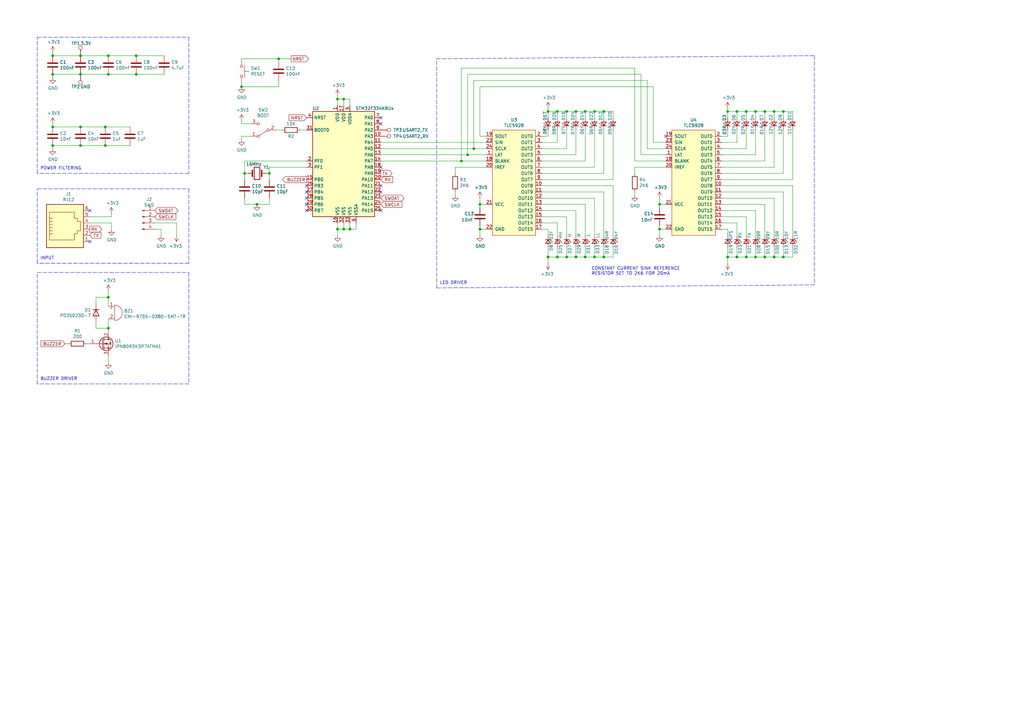
<source format=kicad_sch>
(kicad_sch (version 20211123) (generator eeschema)
  (paper "A3")
  (title_block (title "FlarmDisplay") (rev "0.1"))
  (lib_symbols
    (symbol "Connector:Conn_01x04_Male" (pin_names (offset 1.016) hide)
      (property "Reference" "J" (at 0 5.08 0))
      (property "Value" "Conn_01x04_Male" (at 0 -7.62 0))
      (symbol "Conn_01x04_Male_1_1"
        (polyline (pts (xy 1.27 -5.08) (xy 0.8636 -5.08)) (stroke (width 0.1524)))
        (polyline (pts (xy 1.27 -2.54) (xy 0.8636 -2.54)) (stroke (width 0.1524)))
        (polyline (pts (xy 1.27 0) (xy 0.8636 0)) (stroke (width 0.1524)))
        (polyline (pts (xy 1.27 2.54) (xy 0.8636 2.54)) (stroke (width 0.1524)))
        (rectangle (start 0.8636 -4.953) (end 0 -5.207) (stroke (width 0.1524)) (fill (type outline)))
        (rectangle (start 0.8636 -2.413) (end 0 -2.667) (stroke (width 0.1524)) (fill (type outline)))
        (rectangle (start 0.8636 0.127) (end 0 -0.127) (stroke (width 0.1524)) (fill (type outline)))
        (rectangle (start 0.8636 2.667) (end 0 2.413) (stroke (width 0.1524)) (fill (type outline)))
        (pin passive line (at 5.08 2.54 180) (length 3.81) (name "Pin_1") (number "1"))
        (pin passive line (at 5.08 0 180) (length 3.81) (name "Pin_2") (number "2"))
        (pin passive line (at 5.08 -2.54 180) (length 3.81) (name "Pin_3") (number "3"))
        (pin passive line (at 5.08 -5.08 180) (length 3.81) (name "Pin_4") (number "4"))
      )
    )
    (symbol "Connector:RJ12" (pin_names (offset 1.016))
      (property "Reference" "J" (at -5.08 11.43 0))
      (property "Value" "RJ12" (at 2.54 11.43 0))
      (symbol "RJ12_0_1"
        (polyline (pts (xy -6.35 -1.905) (xy -5.08 -1.905) (xy -5.08 -1.905)))
        (polyline (pts (xy -6.35 -0.635) (xy -5.08 -0.635) (xy -5.08 -0.635)))
        (polyline (pts (xy -6.35 0.635) (xy -5.08 0.635) (xy -5.08 0.635)))
        (polyline (pts (xy -6.35 1.905) (xy -5.08 1.905) (xy -5.08 1.905)))
        (polyline (pts (xy -6.35 3.175) (xy -5.08 3.175) (xy -5.08 3.175)))
        (polyline (pts (xy -5.08 4.445) (xy -6.35 4.445) (xy -6.35 4.445)))
        (polyline (pts (xy -6.35 -4.445) (xy -6.35 6.985) (xy 3.81 6.985) (xy 3.81 4.445) (xy 5.08 4.445) (xy 5.08 3.175) (xy 6.35 3.175) (xy 6.35 -0.635) (xy 5.08 -0.635) (xy 5.08 -1.905) (xy 3.81 -1.905) (xy 3.81 -4.445) (xy -6.35 -4.445) (xy -6.35 -4.445)))
        (rectangle (start 7.62 10.16) (end -7.62 -7.62) (stroke (width 0.254)) (fill (type background)))
      )
      (symbol "RJ12_1_1"
        (pin passive line (at 10.16 -5.08 180) (length 2.54) (name "~") (number "1"))
        (pin passive line (at 10.16 -2.54 180) (length 2.54) (name "~") (number "2"))
        (pin passive line (at 10.16 0 180) (length 2.54) (name "~") (number "3"))
        (pin passive line (at 10.16 2.54 180) (length 2.54) (name "~") (number "4"))
        (pin passive line (at 10.16 5.08 180) (length 2.54) (name "~") (number "5"))
        (pin passive line (at 10.16 7.62 180) (length 2.54) (name "~") (number "6"))
      )
    )
    (symbol "Connector:TestPoint" (pin_numbers hide) (pin_names (offset 0.762) hide)
      (property "Reference" "TP" (at 0 6.858 0))
      (property "Value" "TestPoint" (at 0 5.08 0))
      (symbol "TestPoint_0_1"
        (circle (center 0 3.302) (radius 0.762))
      )
      (symbol "TestPoint_1_1"
        (pin passive line (at 0 0 90) (length 2.54) (name "1") (number "1"))
      )
    )
    (symbol "Device:Buzzer" (pin_names (offset 0.0254) hide)
      (property "Reference" "BZ" (at 3.81 1.27 0))
      (property "Value" "Buzzer" (at 3.81 -1.27 0))
      (symbol "Buzzer_0_1"
        (arc (start 0 -3.175) (mid 3.175 0) (end 0 3.175))
        (polyline (pts (xy -1.651 1.905) (xy -1.143 1.905)))
        (polyline (pts (xy -1.397 2.159) (xy -1.397 1.651)))
        (polyline (pts (xy 0 3.175) (xy 0 -3.175)))
      )
      (symbol "Buzzer_1_1"
        (pin passive line (at -2.54 2.54 0) (length 2.54) (name "-") (number "1"))
        (pin passive line (at -2.54 -2.54 0) (length 2.54) (name "+") (number "2"))
      )
    )
    (symbol "Device:C" (pin_numbers hide) (pin_names (offset 0.254))
      (property "Reference" "C" (at 0.635 2.54 0))
      (property "Value" "C" (at 0.635 -2.54 0))
      (symbol "C_0_1"
        (polyline (pts (xy -2.032 -0.762) (xy 2.032 -0.762)) (stroke (width 0.508)))
        (polyline (pts (xy -2.032 0.762) (xy 2.032 0.762)) (stroke (width 0.508)))
      )
      (symbol "C_1_1"
        (pin passive line (at 0 3.81 270) (length 2.794) (name "~") (number "1"))
        (pin passive line (at 0 -3.81 90) (length 2.794) (name "~") (number "2"))
      )
    )
    (symbol "Device:Crystal" (pin_numbers hide) (pin_names (offset 1.016) hide)
      (property "Reference" "Y" (at 0 3.81 0))
      (property "Value" "Crystal" (at 0 -3.81 0))
      (symbol "Crystal_0_1"
        (rectangle (start -1.143 2.54) (end 1.143 -2.54) (stroke (width 0.3048)))
        (polyline (pts (xy -2.54 0) (xy -1.905 0)))
        (polyline (pts (xy -1.905 -1.27) (xy -1.905 1.27)) (stroke (width 0.508)))
        (polyline (pts (xy 1.905 -1.27) (xy 1.905 1.27)) (stroke (width 0.508)))
        (polyline (pts (xy 2.54 0) (xy 1.905 0)))
      )
      (symbol "Crystal_1_1"
        (pin passive line (at -3.81 0 0) (length 1.27) (name "1") (number "1"))
        (pin passive line (at 3.81 0 180) (length 1.27) (name "2") (number "2"))
      )
    )
    (symbol "Device:D" (pin_numbers hide) (pin_names (offset 1.016) hide)
      (property "Reference" "D" (at 0 2.54 0))
      (property "Value" "D" (at 0 -2.54 0))
      (symbol "D_0_1"
        (polyline (pts (xy -1.27 1.27) (xy -1.27 -1.27)) (stroke (width 0.254)))
        (polyline (pts (xy 1.27 0) (xy -1.27 0)))
        (polyline (pts (xy 1.27 1.27) (xy 1.27 -1.27) (xy -1.27 0) (xy 1.27 1.27)) (stroke (width 0.254)))
      )
      (symbol "D_1_1"
        (pin passive line (at -3.81 0 0) (length 2.54) (name "K") (number "1"))
        (pin passive line (at 3.81 0 180) (length 2.54) (name "A") (number "2"))
      )
    )
    (symbol "Device:LED_Small" (pin_numbers hide) (pin_names (offset 0.254) hide)
      (property "Reference" "D" (at -1.27 3.175 0))
      (property "Value" "LED_Small" (at -4.445 -2.54 0))
      (symbol "LED_Small_0_1"
        (polyline (pts (xy -0.762 -1.016) (xy -0.762 1.016)) (stroke (width 0.254)))
        (polyline (pts (xy 1.016 0) (xy -0.762 0)))
        (polyline (pts (xy 0.762 -1.016) (xy -0.762 0) (xy 0.762 1.016) (xy 0.762 -1.016)) (stroke (width 0.254)))
        (polyline (pts (xy 0 0.762) (xy -0.508 1.27) (xy -0.254 1.27) (xy -0.508 1.27) (xy -0.508 1.016)))
        (polyline (pts (xy 0.508 1.27) (xy 0 1.778) (xy 0.254 1.778) (xy 0 1.778) (xy 0 1.524)))
      )
      (symbol "LED_Small_1_1"
        (pin passive line (at -2.54 0 0) (length 1.778) (name "K") (number "1"))
        (pin passive line (at 2.54 0 180) (length 1.778) (name "A") (number "2"))
      )
    )
    (symbol "Device:R" (pin_numbers hide) (pin_names (offset 0))
      (property "Reference" "R" (at 2.032 0 90))
      (property "Value" "R" (at 0 0 90))
      (symbol "R_0_1"
        (rectangle (start -1.016 -2.54) (end 1.016 2.54) (stroke (width 0.254)))
      )
      (symbol "R_1_1"
        (pin passive line (at 0 3.81 270) (length 1.27) (name "~") (number "1"))
        (pin passive line (at 0 -3.81 90) (length 1.27) (name "~") (number "2"))
      )
    )
    (symbol "FlarmDisplay:IPN80R3K3P7ATMA1" (pin_names (offset 1.016))
      (property "Reference" "U" (at 2.54 1.27 0))
      (property "Value" "IPN80R3K3P7ATMA1" (at 11.43 -1.27 0))
      (symbol "IPN80R3K3P7ATMA1_1_1"
        (circle (center -0.889 0) (radius 2.794) (stroke (width 0.254)))
        (circle (center 0 -1.778) (radius 0.254) (fill (type outline)))
        (polyline (pts (xy -2.286 0) (xy -5.08 0)))
        (polyline (pts (xy -2.286 1.905) (xy -2.286 -1.905)) (stroke (width 0.254)))
        (polyline (pts (xy -1.778 -1.27) (xy -1.778 -2.286)) (stroke (width 0.254)))
        (polyline (pts (xy -1.778 0.508) (xy -1.778 -0.508)) (stroke (width 0.254)))
        (polyline (pts (xy -1.778 2.286) (xy -1.778 1.27)) (stroke (width 0.254)))
        (polyline (pts (xy 0 2.54) (xy 0 1.778)))
        (polyline (pts (xy 0 -2.54) (xy 0 0) (xy -1.778 0)))
        (polyline (pts (xy -1.778 -1.778) (xy 0.762 -1.778) (xy 0.762 1.778) (xy -1.778 1.778)))
        (polyline (pts (xy -1.524 0) (xy -0.508 0.381) (xy -0.508 -0.381) (xy -1.524 0)) (fill (type outline)))
        (polyline (pts (xy 0.254 0.508) (xy 0.381 0.381) (xy 1.143 0.381) (xy 1.27 0.254)))
        (polyline (pts (xy 0.762 0.381) (xy 0.381 -0.254) (xy 1.143 -0.254) (xy 0.762 0.381)))
        (circle (center 0 1.778) (radius 0.254) (fill (type outline)))
        (pin input line (at -7.62 0 0) (length 2.54) (name "~") (number "1"))
        (pin passive line (at 0 5.08 270) (length 2.54) (name "~") (number "2"))
        (pin passive line (at 0 -5.08 90) (length 2.54) (name "~") (number "3"))
      )
    )
    (symbol "FlarmDisplay:TLC5928" (pin_names (offset 1.016))
      (property "Reference" "U" (at -6.35 21.59 0))
      (property "Value" "TLC5928" (at 3.81 21.59 0))
      (symbol "TLC5928_0_1"
        (rectangle (start -8.89 20.32) (end 8.89 -22.86) (fill (type background)))
      )
      (symbol "TLC5928_1_1"
        (pin input line (at -11.43 10.16 0) (length 2.54) (name "LAT") (number "1"))
        (pin output line (at 11.43 -2.54 180) (length 2.54) (name "OUT8") (number "10"))
        (pin output line (at 11.43 -5.08 180) (length 2.54) (name "OUT9") (number "11"))
        (pin output line (at 11.43 -7.62 180) (length 2.54) (name "OUT10") (number "12"))
        (pin output line (at 11.43 -10.16 180) (length 2.54) (name "OUT11") (number "13"))
        (pin output line (at 11.43 -12.7 180) (length 2.54) (name "OUT12") (number "14"))
        (pin output line (at 11.43 -15.24 180) (length 2.54) (name "OUT13") (number "15"))
        (pin output line (at 11.43 -17.78 180) (length 2.54) (name "OUT14") (number "16"))
        (pin output line (at 11.43 -20.32 180) (length 2.54) (name "OUT15") (number "17"))
        (pin input line (at -11.43 7.62 0) (length 2.54) (name "BLANK") (number "18"))
        (pin output line (at -11.43 17.78 0) (length 2.54) (name "SOUT") (number "19"))
        (pin output line (at 11.43 17.78 180) (length 2.54) (name "OUT0") (number "2"))
        (pin input line (at -11.43 5.08 0) (length 2.54) (name "IREF") (number "20"))
        (pin power_in line (at -11.43 -10.16 0) (length 2.54) (name "VCC") (number "21"))
        (pin power_in line (at -11.43 -20.32 0) (length 2.54) (name "GND") (number "22"))
        (pin input line (at -11.43 15.24 0) (length 2.54) (name "SIN") (number "23"))
        (pin input line (at -11.43 12.7 0) (length 2.54) (name "SCLK") (number "24"))
        (pin output line (at 11.43 15.24 180) (length 2.54) (name "OUT1") (number "3"))
        (pin output line (at 11.43 12.7 180) (length 2.54) (name "OUT2") (number "4"))
        (pin output line (at 11.43 10.16 180) (length 2.54) (name "OUT3") (number "5"))
        (pin output line (at 11.43 7.62 180) (length 2.54) (name "OUT4") (number "6"))
        (pin output line (at 11.43 5.08 180) (length 2.54) (name "OUT5") (number "7"))
        (pin output line (at 11.43 2.54 180) (length 2.54) (name "OUT6") (number "8"))
        (pin output line (at 11.43 0 180) (length 2.54) (name "OUT7") (number "9"))
      )
    )
    (symbol "MCU_ST_STM32F3:STM32F334K8Ux"
      (property "Reference" "U" (at -12.7 21.59 0))
      (property "Value" "STM32F334K8Ux" (at 5.08 21.59 0))
      (symbol "STM32F334K8Ux_0_1"
        (rectangle (start -12.7 -22.86) (end 12.7 20.32) (stroke (width 0.254)) (fill (type background)))
      )
      (symbol "STM32F334K8Ux_1_1"
        (pin power_in line (at -2.54 22.86 270) (length 2.54) (name "VDD") (number "1"))
        (pin bidirectional line (at 15.24 10.16 180) (length 2.54) (name "PA3") (number "10"))
        (pin bidirectional line (at 15.24 7.62 180) (length 2.54) (name "PA4") (number "11"))
        (pin bidirectional line (at 15.24 5.08 180) (length 2.54) (name "PA5") (number "12"))
        (pin bidirectional line (at 15.24 2.54 180) (length 2.54) (name "PA6") (number "13"))
        (pin bidirectional line (at 15.24 0 180) (length 2.54) (name "PA7") (number "14"))
        (pin bidirectional line (at -15.24 -7.62 0) (length 2.54) (name "PB0") (number "15"))
        (pin power_in line (at -2.54 -25.4 90) (length 2.54) (name "VSS") (number "16"))
        (pin power_in line (at 0 22.86 270) (length 2.54) (name "VDD") (number "17"))
        (pin bidirectional line (at 15.24 -2.54 180) (length 2.54) (name "PA8") (number "18"))
        (pin bidirectional line (at 15.24 -5.08 180) (length 2.54) (name "PA9") (number "19"))
        (pin input line (at -15.24 0 0) (length 2.54) (name "PF0") (number "2"))
        (pin bidirectional line (at 15.24 -7.62 180) (length 2.54) (name "PA10") (number "20"))
        (pin bidirectional line (at 15.24 -10.16 180) (length 2.54) (name "PA11") (number "21"))
        (pin bidirectional line (at 15.24 -12.7 180) (length 2.54) (name "PA12") (number "22"))
        (pin bidirectional line (at 15.24 -15.24 180) (length 2.54) (name "PA13") (number "23"))
        (pin bidirectional line (at 15.24 -17.78 180) (length 2.54) (name "PA14") (number "24"))
        (pin bidirectional line (at 15.24 -20.32 180) (length 2.54) (name "PA15") (number "25"))
        (pin bidirectional line (at -15.24 -10.16 0) (length 2.54) (name "PB3") (number "26"))
        (pin bidirectional line (at -15.24 -12.7 0) (length 2.54) (name "PB4") (number "27"))
        (pin bidirectional line (at -15.24 -15.24 0) (length 2.54) (name "PB5") (number "28"))
        (pin bidirectional line (at -15.24 -17.78 0) (length 2.54) (name "PB6") (number "29"))
        (pin input line (at -15.24 -2.54 0) (length 2.54) (name "PF1") (number "3"))
        (pin bidirectional line (at -15.24 -20.32 0) (length 2.54) (name "PB7") (number "30"))
        (pin input line (at -15.24 12.7 0) (length 2.54) (name "BOOT0") (number "31"))
        (pin power_in line (at 0 -25.4 90) (length 2.54) (name "VSS") (number "32"))
        (pin power_in line (at 2.54 -25.4 90) (length 2.54) (name "VSS") (number "33"))
        (pin input line (at -15.24 17.78 0) (length 2.54) (name "NRST") (number "4"))
        (pin power_in line (at 2.54 22.86 270) (length 2.54) (name "VDDA") (number "5"))
        (pin power_in line (at 5.08 -25.4 90) (length 2.54) (name "VSSA") (number "6"))
        (pin bidirectional line (at 15.24 17.78 180) (length 2.54) (name "PA0") (number "7"))
        (pin bidirectional line (at 15.24 15.24 180) (length 2.54) (name "PA1") (number "8"))
        (pin bidirectional line (at 15.24 12.7 180) (length 2.54) (name "PA2") (number "9"))
      )
    )
    (symbol "Switch:SW_Push" (pin_numbers hide) (pin_names (offset 1.016) hide)
      (property "Reference" "SW" (at 1.27 2.54 0))
      (property "Value" "SW_Push" (at 0 -1.524 0))
      (symbol "SW_Push_0_1"
        (circle (center -2.032 0) (radius 0.508))
        (polyline (pts (xy 0 1.27) (xy 0 3.048)))
        (polyline (pts (xy 2.54 1.27) (xy -2.54 1.27)))
        (circle (center 2.032 0) (radius 0.508))
        (pin passive line (at -5.08 0 0) (length 2.54) (name "1") (number "1"))
        (pin passive line (at 5.08 0 180) (length 2.54) (name "2") (number "2"))
      )
    )
    (symbol "Switch:SW_SPDT" (pin_names (offset 0) hide)
      (property "Reference" "SW" (at 0 4.318 0))
      (property "Value" "SW_SPDT" (at 0 -5.08 0))
      (symbol "SW_SPDT_0_0"
        (circle (center -2.032 0) (radius 0.508))
        (circle (center 2.032 -2.54) (radius 0.508))
      )
      (symbol "SW_SPDT_0_1"
        (polyline (pts (xy -1.524 0.254) (xy 1.651 2.286)))
        (circle (center 2.032 2.54) (radius 0.508))
      )
      (symbol "SW_SPDT_1_1"
        (pin passive line (at 5.08 2.54 180) (length 2.54) (name "A") (number "1"))
        (pin passive line (at -5.08 0 0) (length 2.54) (name "B") (number "2"))
        (pin passive line (at 5.08 -2.54 180) (length 2.54) (name "C") (number "3"))
      )
    )
    (symbol "power:+3.3V" (power) (pin_names (offset 0))
      (property "Value" "+3.3V" (at 0 3.556 0))
      (symbol "+3.3V_0_1"
        (polyline (pts (xy -0.762 1.27) (xy 0 2.54)))
        (polyline (pts (xy 0 0) (xy 0 2.54)))
        (polyline (pts (xy 0 2.54) (xy 0.762 1.27)))
      )
      (symbol "+3.3V_1_1"
        (pin power_in line (at 0 0 90) (length 0) hide (name "+3V3") (number "1"))
      )
    )
    (symbol "power:GND" (power) (pin_names (offset 0))
      (property "Value" "GND" (at 0 -3.81 0))
      (symbol "GND_0_1"
        (polyline (pts (xy 0 0) (xy 0 -1.27) (xy 1.27 -1.27) (xy 0 -2.54) (xy -1.27 -1.27) (xy 0 -1.27)))
      )
      (symbol "GND_1_1"
        (pin power_in line (at 0 0 270) (length 0) hide (name "GND") (number "1"))
      )
    )
  )
  (junction (at 236.22 105.41))
  (junction (at 298.45 45.72))
  (junction (at 232.41 45.72))
  (junction (at 21.59 30.48))
  (junction (at 43.18 52.07))
  (junction (at 140.97 93.98))
  (junction (at 43.18 59.69))
  (junction (at 228.6 45.72))
  (junction (at 105.41 83.82))
  (junction (at 44.45 121.92))
  (junction (at 196.85 93.98))
  (junction (at 313.69 105.41))
  (junction (at 33.02 59.69))
  (junction (at 21.59 22.86))
  (junction (at 110.49 71.12))
  (junction (at 196.85 83.82))
  (junction (at 317.5 45.72))
  (junction (at 270.51 93.98))
  (junction (at 191.77 63.5))
  (junction (at 270.51 83.82))
  (junction (at 224.79 45.72))
  (junction (at 247.65 105.41))
  (junction (at 21.59 52.07))
  (junction (at 298.45 105.41))
  (junction (at 189.23 66.04))
  (junction (at 309.88 45.72))
  (junction (at 313.69 45.72))
  (junction (at 143.51 93.98))
  (junction (at 138.43 40.64))
  (junction (at 33.02 22.86))
  (junction (at 44.45 134.62))
  (junction (at 243.84 105.41))
  (junction (at 302.26 105.41))
  (junction (at 55.88 22.86))
  (junction (at 194.31 60.96))
  (junction (at 240.03 45.72))
  (junction (at 243.84 45.72))
  (junction (at 55.88 30.48))
  (junction (at 33.02 52.07))
  (junction (at 309.88 105.41))
  (junction (at 232.41 105.41))
  (junction (at 114.3 24.13))
  (junction (at 302.26 45.72))
  (junction (at 228.6 105.41))
  (junction (at 321.31 105.41))
  (junction (at 224.79 105.41))
  (junction (at 140.97 40.64))
  (junction (at 99.06 35.56))
  (junction (at 21.59 59.69))
  (junction (at 306.07 105.41))
  (junction (at 236.22 45.72))
  (junction (at 44.45 22.86))
  (junction (at 44.45 30.48))
  (junction (at 321.31 45.72))
  (junction (at 138.43 93.98))
  (junction (at 100.33 71.12))
  (junction (at 240.03 105.41))
  (junction (at 247.65 45.72))
  (junction (at 306.07 45.72))
  (junction (at 33.02 30.48))
  (junction (at 317.5 105.41))
  (no_connect (at 125.73 76.2))
  (no_connect (at 156.21 78.74))
  (no_connect (at 36.83 86.36))
  (no_connect (at 156.21 86.36))
  (no_connect (at 125.73 86.36))
  (no_connect (at 125.73 81.28))
  (no_connect (at 156.21 68.58))
  (no_connect (at 156.21 48.26))
  (no_connect (at 125.73 83.82))
  (no_connect (at 156.21 76.2))
  (no_connect (at 125.73 78.74))
  (no_connect (at 36.83 99.06))
  (no_connect (at 156.21 50.8))
  (no_connect (at 273.05 55.88))
  (wire (pts (xy 140.97 93.98) (xy 143.51 93.98)))
  (wire (pts (xy 228.6 105.41) (xy 228.6 101.6)))
  (wire (pts (xy 295.91 66.04) (xy 313.69 66.04)))
  (wire (pts (xy 317.5 105.41) (xy 317.5 101.6)))
  (wire (pts (xy 317.5 105.41) (xy 321.31 105.41)))
  (wire (pts (xy 232.41 88.9) (xy 232.41 96.52)))
  (wire (pts (xy 243.84 105.41) (xy 247.65 105.41)))
  (wire (pts (xy 100.33 73.66) (xy 100.33 71.12)))
  (wire (pts (xy 325.12 76.2) (xy 325.12 96.52)))
  (wire (pts (xy 306.07 88.9) (xy 306.07 96.52)))
  (wire (pts (xy 251.46 76.2) (xy 251.46 96.52)))
  (wire (pts (xy 222.25 68.58) (xy 243.84 68.58)))
  (wire (pts (xy 295.91 81.28) (xy 317.5 81.28)))
  (wire (pts (xy 295.91 60.96) (xy 306.07 60.96)))
  (wire (pts (xy 222.25 58.42) (xy 228.6 58.42)))
  (wire (pts (xy 21.59 30.48) (xy 33.02 30.48)))
  (wire (pts (xy 232.41 60.96) (xy 232.41 53.34)))
  (wire (pts (xy 33.02 30.48) (xy 44.45 30.48)))
  (wire (pts (xy 295.91 76.2) (xy 325.12 76.2)))
  (wire (pts (xy 194.31 33.02) (xy 265.43 33.02)))
  (wire (pts (xy 306.07 105.41) (xy 306.07 101.6)))
  (wire (pts (xy 55.88 22.86) (xy 67.31 22.86)))
  (wire (pts (xy 236.22 63.5) (xy 236.22 53.34)))
  (wire (pts (xy 44.45 146.05) (xy 44.45 148.59)))
  (wire (pts (xy 138.43 93.98) (xy 138.43 91.44)))
  (wire (pts (xy 321.31 105.41) (xy 325.12 105.41)))
  (wire (pts (xy 39.37 124.46) (xy 39.37 121.92)))
  (wire (pts (xy 110.49 71.12) (xy 110.49 73.66)))
  (wire (pts (xy 138.43 93.98) (xy 140.97 93.98)))
  (wire (pts (xy 247.65 105.41) (xy 251.46 105.41)))
  (wire (pts (xy 295.91 91.44) (xy 302.26 91.44)))
  (wire (pts (xy 309.88 45.72) (xy 313.69 45.72)))
  (wire (pts (xy 313.69 45.72) (xy 313.69 48.26)))
  (wire (pts (xy 55.88 30.48) (xy 44.45 30.48)))
  (wire (pts (xy 114.3 24.13) (xy 119.38 24.13)))
  (wire (pts (xy 232.41 45.72) (xy 236.22 45.72)))
  (wire (pts (xy 321.31 78.74) (xy 321.31 96.52)))
  (wire (pts (xy 196.85 35.56) (xy 267.97 35.56)))
  (polyline (pts (xy 15.24 71.12) (xy 15.24 15.24)))
  (wire (pts (xy 140.97 93.98) (xy 140.97 91.44)))
  (wire (pts (xy 44.45 119.38) (xy 44.45 121.92)))
  (wire (pts (xy 196.85 81.28) (xy 196.85 83.82)))
  (wire (pts (xy 295.91 68.58) (xy 317.5 68.58)))
  (wire (pts (xy 298.45 45.72) (xy 298.45 48.26)))
  (wire (pts (xy 240.03 45.72) (xy 240.03 48.26)))
  (wire (pts (xy 228.6 91.44) (xy 228.6 96.52)))
  (wire (pts (xy 265.43 33.02) (xy 265.43 60.96)))
  (wire (pts (xy 325.12 105.41) (xy 325.12 101.6)))
  (wire (pts (xy 313.69 66.04) (xy 313.69 53.34)))
  (wire (pts (xy 114.3 35.56) (xy 114.3 33.02)))
  (wire (pts (xy 100.33 71.12) (xy 100.33 66.04)))
  (wire (pts (xy 306.07 60.96) (xy 306.07 53.34)))
  (wire (pts (xy 317.5 45.72) (xy 317.5 48.26)))
  (wire (pts (xy 138.43 39.37) (xy 138.43 40.64)))
  (polyline (pts (xy 77.47 157.48) (xy 15.24 157.48)))
  (wire (pts (xy 191.77 63.5) (xy 191.77 30.48)))
  (wire (pts (xy 33.02 22.86) (xy 44.45 22.86)))
  (polyline (pts (xy 77.47 111.76) (xy 77.47 157.48)))
  (wire (pts (xy 251.46 105.41) (xy 251.46 101.6)))
  (wire (pts (xy 295.91 83.82) (xy 313.69 83.82)))
  (wire (pts (xy 224.79 44.45) (xy 224.79 45.72)))
  (wire (pts (xy 222.25 91.44) (xy 228.6 91.44)))
  (wire (pts (xy 240.03 105.41) (xy 243.84 105.41)))
  (wire (pts (xy 295.91 88.9) (xy 306.07 88.9)))
  (wire (pts (xy 146.05 93.98) (xy 146.05 91.44)))
  (wire (pts (xy 298.45 105.41) (xy 298.45 101.6)))
  (wire (pts (xy 298.45 45.72) (xy 302.26 45.72)))
  (wire (pts (xy 228.6 45.72) (xy 228.6 48.26)))
  (wire (pts (xy 36.83 91.44) (xy 45.72 91.44)))
  (wire (pts (xy 39.37 132.08) (xy 39.37 134.62)))
  (polyline (pts (xy 15.24 77.47) (xy 77.47 77.47)))
  (wire (pts (xy 36.83 88.9) (xy 45.72 88.9)))
  (wire (pts (xy 138.43 96.52) (xy 138.43 93.98)))
  (wire (pts (xy 224.79 45.72) (xy 224.79 48.26)))
  (wire (pts (xy 21.59 59.69) (xy 33.02 59.69)))
  (wire (pts (xy 302.26 105.41) (xy 306.07 105.41)))
  (wire (pts (xy 240.03 105.41) (xy 240.03 101.6)))
  (wire (pts (xy 298.45 105.41) (xy 302.26 105.41)))
  (wire (pts (xy 21.59 52.07) (xy 21.59 50.8)))
  (wire (pts (xy 110.49 68.58) (xy 125.73 68.58)))
  (wire (pts (xy 224.79 55.88) (xy 224.79 53.34)))
  (wire (pts (xy 321.31 45.72) (xy 321.31 48.26)))
  (wire (pts (xy 309.88 45.72) (xy 309.88 48.26)))
  (wire (pts (xy 302.26 91.44) (xy 302.26 96.52)))
  (wire (pts (xy 260.35 66.04) (xy 273.05 66.04)))
  (wire (pts (xy 236.22 105.41) (xy 240.03 105.41)))
  (wire (pts (xy 99.06 35.56) (xy 114.3 35.56)))
  (wire (pts (xy 140.97 40.64) (xy 140.97 43.18)))
  (wire (pts (xy 222.25 66.04) (xy 240.03 66.04)))
  (wire (pts (xy 298.45 44.45) (xy 298.45 45.72)))
  (wire (pts (xy 44.45 130.81) (xy 44.45 134.62)))
  (wire (pts (xy 114.3 25.4) (xy 114.3 24.13)))
  (wire (pts (xy 295.91 86.36) (xy 309.88 86.36)))
  (wire (pts (xy 100.33 66.04) (xy 125.73 66.04)))
  (wire (pts (xy 156.21 60.96) (xy 194.31 60.96)))
  (wire (pts (xy 21.59 22.86) (xy 21.59 21.59)))
  (wire (pts (xy 222.25 71.12) (xy 247.65 71.12)))
  (wire (pts (xy 63.5 93.98) (xy 66.04 93.98)))
  (wire (pts (xy 53.34 59.69) (xy 43.18 59.69)))
  (wire (pts (xy 222.25 73.66) (xy 251.46 73.66)))
  (wire (pts (xy 199.39 68.58) (xy 186.69 68.58)))
  (wire (pts (xy 39.37 134.62) (xy 44.45 134.62)))
  (wire (pts (xy 267.97 58.42) (xy 273.05 58.42)))
  (wire (pts (xy 302.26 45.72) (xy 306.07 45.72)))
  (wire (pts (xy 302.26 105.41) (xy 302.26 101.6)))
  (wire (pts (xy 156.21 66.04) (xy 189.23 66.04)))
  (wire (pts (xy 27.94 140.97) (xy 26.67 140.97)))
  (wire (pts (xy 325.12 73.66) (xy 325.12 53.34)))
  (wire (pts (xy 295.91 63.5) (xy 309.88 63.5)))
  (wire (pts (xy 45.72 91.44) (xy 45.72 93.98)))
  (wire (pts (xy 295.91 71.12) (xy 321.31 71.12)))
  (wire (pts (xy 243.84 45.72) (xy 243.84 48.26)))
  (wire (pts (xy 33.02 52.07) (xy 43.18 52.07)))
  (wire (pts (xy 196.85 85.09) (xy 196.85 83.82)))
  (wire (pts (xy 236.22 45.72) (xy 236.22 48.26)))
  (wire (pts (xy 228.6 58.42) (xy 228.6 53.34)))
  (wire (pts (xy 302.26 58.42) (xy 302.26 53.34)))
  (wire (pts (xy 222.25 83.82) (xy 240.03 83.82)))
  (wire (pts (xy 243.84 105.41) (xy 243.84 101.6)))
  (wire (pts (xy 196.85 83.82) (xy 199.39 83.82)))
  (wire (pts (xy 189.23 27.94) (xy 260.35 27.94)))
  (wire (pts (xy 43.18 59.69) (xy 33.02 59.69)))
  (wire (pts (xy 67.31 30.48) (xy 55.88 30.48)))
  (wire (pts (xy 156.21 63.5) (xy 191.77 63.5)))
  (wire (pts (xy 306.07 45.72) (xy 309.88 45.72)))
  (wire (pts (xy 43.18 52.07) (xy 53.34 52.07)))
  (wire (pts (xy 224.79 105.41) (xy 224.79 101.6)))
  (wire (pts (xy 99.06 50.8) (xy 102.87 50.8)))
  (wire (pts (xy 21.59 31.75) (xy 21.59 30.48)))
  (wire (pts (xy 224.79 45.72) (xy 228.6 45.72)))
  (polyline (pts (xy 334.01 116.84) (xy 179.07 118.11)))
  (wire (pts (xy 247.65 78.74) (xy 247.65 96.52)))
  (wire (pts (xy 298.45 55.88) (xy 298.45 53.34)))
  (wire (pts (xy 156.21 58.42) (xy 199.39 58.42)))
  (wire (pts (xy 222.25 88.9) (xy 232.41 88.9)))
  (wire (pts (xy 140.97 40.64) (xy 143.51 40.64)))
  (wire (pts (xy 35.56 140.97) (xy 36.83 140.97)))
  (wire (pts (xy 196.85 93.98) (xy 199.39 93.98)))
  (polyline (pts (xy 334.01 22.86) (xy 334.01 116.84)))
  (wire (pts (xy 186.69 68.58) (xy 186.69 71.12)))
  (wire (pts (xy 270.51 93.98) (xy 270.51 96.52)))
  (wire (pts (xy 44.45 135.89) (xy 44.45 134.62)))
  (wire (pts (xy 222.25 60.96) (xy 232.41 60.96)))
  (wire (pts (xy 240.03 83.82) (xy 240.03 96.52)))
  (wire (pts (xy 265.43 60.96) (xy 273.05 60.96)))
  (wire (pts (xy 232.41 45.72) (xy 232.41 48.26)))
  (wire (pts (xy 236.22 86.36) (xy 236.22 96.52)))
  (wire (pts (xy 222.25 63.5) (xy 236.22 63.5)))
  (wire (pts (xy 317.5 45.72) (xy 321.31 45.72)))
  (wire (pts (xy 260.35 71.12) (xy 260.35 68.58)))
  (wire (pts (xy 262.89 30.48) (xy 262.89 63.5)))
  (wire (pts (xy 222.25 81.28) (xy 243.84 81.28)))
  (wire (pts (xy 123.19 53.34) (xy 125.73 53.34)))
  (wire (pts (xy 236.22 105.41) (xy 236.22 101.6)))
  (wire (pts (xy 302.26 45.72) (xy 302.26 48.26)))
  (wire (pts (xy 270.51 85.09) (xy 270.51 83.82)))
  (polyline (pts (xy 15.24 157.48) (xy 15.24 111.76)))
  (wire (pts (xy 224.79 107.95) (xy 224.79 105.41)))
  (wire (pts (xy 143.51 93.98) (xy 143.51 91.44)))
  (wire (pts (xy 321.31 45.72) (xy 325.12 45.72)))
  (wire (pts (xy 100.33 71.12) (xy 101.6 71.12)))
  (wire (pts (xy 191.77 30.48) (xy 262.89 30.48)))
  (wire (pts (xy 143.51 93.98) (xy 146.05 93.98)))
  (wire (pts (xy 247.65 45.72) (xy 247.65 48.26)))
  (polyline (pts (xy 179.07 118.11) (xy 179.07 24.13)))
  (wire (pts (xy 99.06 55.88) (xy 102.87 55.88)))
  (wire (pts (xy 317.5 68.58) (xy 317.5 53.34)))
  (wire (pts (xy 45.72 88.9) (xy 45.72 87.63)))
  (wire (pts (xy 186.69 80.01) (xy 186.69 78.74)))
  (wire (pts (xy 247.65 105.41) (xy 247.65 101.6)))
  (wire (pts (xy 100.33 81.28) (xy 100.33 83.82)))
  (wire (pts (xy 199.39 60.96) (xy 194.31 60.96)))
  (wire (pts (xy 313.69 105.41) (xy 317.5 105.41)))
  (wire (pts (xy 325.12 45.72) (xy 325.12 48.26)))
  (wire (pts (xy 298.45 93.98) (xy 298.45 96.52)))
  (wire (pts (xy 260.35 27.94) (xy 260.35 66.04)))
  (polyline (pts (xy 77.47 77.47) (xy 77.47 107.95)))
  (wire (pts (xy 260.35 68.58) (xy 273.05 68.58)))
  (wire (pts (xy 115.57 53.34) (xy 113.03 53.34)))
  (wire (pts (xy 295.91 58.42) (xy 302.26 58.42)))
  (wire (pts (xy 105.41 83.82) (xy 110.49 83.82)))
  (wire (pts (xy 196.85 55.88) (xy 196.85 35.56)))
  (wire (pts (xy 100.33 83.82) (xy 105.41 83.82)))
  (wire (pts (xy 222.25 86.36) (xy 236.22 86.36)))
  (wire (pts (xy 196.85 96.52) (xy 196.85 93.98)))
  (wire (pts (xy 99.06 24.13) (xy 114.3 24.13)))
  (wire (pts (xy 313.69 83.82) (xy 313.69 96.52)))
  (wire (pts (xy 251.46 73.66) (xy 251.46 53.34)))
  (polyline (pts (xy 77.47 71.12) (xy 15.24 71.12)))
  (wire (pts (xy 196.85 92.71) (xy 196.85 93.98)))
  (wire (pts (xy 306.07 45.72) (xy 306.07 48.26)))
  (wire (pts (xy 99.06 34.29) (xy 99.06 35.56)))
  (wire (pts (xy 295.91 93.98) (xy 298.45 93.98)))
  (wire (pts (xy 313.69 105.41) (xy 313.69 101.6)))
  (wire (pts (xy 63.5 91.44) (xy 72.39 91.44)))
  (wire (pts (xy 321.31 71.12) (xy 321.31 53.34)))
  (wire (pts (xy 21.59 22.86) (xy 33.02 22.86)))
  (wire (pts (xy 317.5 81.28) (xy 317.5 96.52)))
  (polyline (pts (xy 15.24 15.24) (xy 77.47 15.24)))
  (wire (pts (xy 295.91 73.66) (xy 325.12 73.66)))
  (wire (pts (xy 262.89 63.5) (xy 273.05 63.5)))
  (polyline (pts (xy 77.47 15.24) (xy 77.47 71.12)))
  (wire (pts (xy 222.25 55.88) (xy 224.79 55.88)))
  (polyline (pts (xy 15.24 111.76) (xy 77.47 111.76)))
  (wire (pts (xy 236.22 45.72) (xy 240.03 45.72)))
  (wire (pts (xy 260.35 80.01) (xy 260.35 78.74)))
  (wire (pts (xy 66.04 93.98) (xy 66.04 96.52)))
  (wire (pts (xy 228.6 45.72) (xy 232.41 45.72)))
  (wire (pts (xy 247.65 71.12) (xy 247.65 53.34)))
  (wire (pts (xy 44.45 121.92) (xy 44.45 125.73)))
  (polyline (pts (xy 15.24 107.95) (xy 15.24 77.47)))
  (wire (pts (xy 309.88 86.36) (xy 309.88 96.52)))
  (wire (pts (xy 39.37 121.92) (xy 44.45 121.92)))
  (wire (pts (xy 313.69 45.72) (xy 317.5 45.72)))
  (wire (pts (xy 309.88 105.41) (xy 309.88 101.6)))
  (wire (pts (xy 189.23 27.94) (xy 189.23 66.04)))
  (wire (pts (xy 224.79 105.41) (xy 228.6 105.41)))
  (wire (pts (xy 270.51 83.82) (xy 273.05 83.82)))
  (wire (pts (xy 306.07 105.41) (xy 309.88 105.41)))
  (wire (pts (xy 224.79 93.98) (xy 222.25 93.98)))
  (polyline (pts (xy 179.07 24.13) (xy 334.01 22.86)))
  (wire (pts (xy 295.91 78.74) (xy 321.31 78.74)))
  (wire (pts (xy 99.06 57.15) (xy 99.06 55.88)))
  (wire (pts (xy 143.51 40.64) (xy 143.51 43.18)))
  (wire (pts (xy 21.59 60.96) (xy 21.59 59.69)))
  (wire (pts (xy 199.39 66.04) (xy 189.23 66.04)))
  (wire (pts (xy 199.39 63.5) (xy 191.77 63.5)))
  (wire (pts (xy 321.31 105.41) (xy 321.31 101.6)))
  (polyline (pts (xy 77.47 107.95) (xy 15.24 107.95)))
  (wire (pts (xy 240.03 66.04) (xy 240.03 53.34)))
  (wire (pts (xy 232.41 105.41) (xy 232.41 101.6)))
  (wire (pts (xy 222.25 78.74) (xy 247.65 78.74)))
  (wire (pts (xy 222.25 76.2) (xy 251.46 76.2)))
  (wire (pts (xy 273.05 93.98) (xy 270.51 93.98)))
  (wire (pts (xy 270.51 81.28) (xy 270.51 83.82)))
  (wire (pts (xy 295.91 55.88) (xy 298.45 55.88)))
  (wire (pts (xy 224.79 96.52) (xy 224.79 93.98)))
  (wire (pts (xy 138.43 40.64) (xy 140.97 40.64)))
  (wire (pts (xy 228.6 105.41) (xy 232.41 105.41)))
  (wire (pts (xy 243.84 68.58) (xy 243.84 53.34)))
  (wire (pts (xy 110.49 83.82) (xy 110.49 81.28)))
  (wire (pts (xy 138.43 40.64) (xy 138.43 43.18)))
  (wire (pts (xy 110.49 71.12) (xy 110.49 68.58)))
  (wire (pts (xy 267.97 35.56) (xy 267.97 58.42)))
  (wire (pts (xy 240.03 45.72) (xy 243.84 45.72)))
  (wire (pts (xy 44.45 22.86) (xy 55.88 22.86)))
  (wire (pts (xy 270.51 92.71) (xy 270.51 93.98)))
  (wire (pts (xy 251.46 45.72) (xy 251.46 48.26)))
  (wire (pts (xy 298.45 107.95) (xy 298.45 105.41)))
  (wire (pts (xy 199.39 55.88) (xy 196.85 55.88)))
  (wire (pts (xy 309.88 105.41) (xy 313.69 105.41)))
  (wire (pts (xy 21.59 52.07) (xy 33.02 52.07)))
  (wire (pts (xy 243.84 45.72) (xy 247.65 45.72)))
  (wire (pts (xy 243.84 81.28) (xy 243.84 96.52)))
  (wire (pts (xy 99.06 49.53) (xy 99.06 50.8)))
  (wire (pts (xy 72.39 91.44) (xy 72.39 96.52)))
  (wire (pts (xy 109.22 71.12) (xy 110.49 71.12)))
  (wire (pts (xy 247.65 45.72) (xy 251.46 45.72)))
  (wire (pts (xy 232.41 105.41) (xy 236.22 105.41)))
  (wire (pts (xy 309.88 63.5) (xy 309.88 53.34)))
  (wire (pts (xy 194.31 60.96) (xy 194.31 33.02)))
  (text "INPUT" (at 16.51 106.68 0) (effects (font (size 1.27 1.27)) (justify left bottom)))
  (text "LED DRIVER" (at 180.34 116.84 0) (effects (font (size 1.27 1.27)) (justify left bottom)))
  (text "POWER FILTERING" (at 16.51 69.85 0) (effects (font (size 1.27 1.27)) (justify left bottom)))
  (text "BUZZER DRIVER" (at 16.51 156.21 0) (effects (font (size 1.27 1.27)) (justify left bottom)))
  (text "CONSTANT CURRENT SINK REFERENCE \nRESISTOR SET TO 2K6 FOR 20mA" (at 242.57 113.03 0) (effects (font (size 1.27 1.27)) (justify left bottom)))
  (global_label "TX" (shape output) (at 156.21 71.12 0) (property "Intersheet References" "${INTERSHEET_REFS}" (effects hide)))
  (global_label "NRST" (shape output) (at 119.38 24.13 0) (property "Intersheet References" "${INTERSHEET_REFS}" (effects hide)))
  (global_label "SWDAT" (shape bidirectional) (at 156.21 81.28 0) (property "Intersheet References" "${INTERSHEET_REFS}" (effects hide)))
  (global_label "RX" (shape output) (at 36.83 93.98 0) (property "Intersheet References" "${INTERSHEET_REFS}" (effects hide)))
  (global_label "TX" (shape input) (at 36.83 96.52 0) (property "Intersheet References" "${INTERSHEET_REFS}" (effects hide)))
  (global_label "SWCLK" (shape input) (at 63.5 88.9 0) (property "Intersheet References" "${INTERSHEET_REFS}" (effects hide)))
  (global_label "BUZZER" (shape input) (at 26.67 140.97 180) (property "Intersheet References" "${INTERSHEET_REFS}" (effects hide)))
  (global_label "NRST" (shape input) (at 125.73 48.26 180) (property "Intersheet References" "${INTERSHEET_REFS}" (effects hide)))
  (global_label "SWDAT" (shape bidirectional) (at 63.5 86.36 0) (property "Intersheet References" "${INTERSHEET_REFS}" (effects hide)))
  (global_label "SWCLK" (shape input) (at 156.21 83.82 0) (property "Intersheet References" "${INTERSHEET_REFS}" (effects hide)))
  (global_label "BUZZER" (shape output) (at 125.73 73.66 180) (property "Intersheet References" "${INTERSHEET_REFS}" (effects hide)))
  (global_label "RX" (shape input) (at 156.21 73.66 0) (property "Intersheet References" "${INTERSHEET_REFS}" (effects hide)))
  (symbol (lib_id "MCU_ST_STM32F3:STM32F334K8Ux") (at 140.97 66.04 0) (unit 1)
    (property "Reference" "U2" (at 129.54 44.45 0))
    (property "Value" "STM32F334K8Ux" (at 153.67 44.45 0))
    (property "Footprint" "Package_DFN_QFN:QFN-32-1EP_5x5mm_P0.5mm_EP3.45x3.45mm" (effects hide))
    (property "Datasheet" "http://www.st.com/st-web-ui/static/active/en/resource/technical/document/datasheet/DM00097745.pdf" (effects hide))
  )
  (symbol (lib_id "Connector:RJ12") (at 26.67 93.98 0) (unit 1)
    (property "Reference" "J1" (at 28.1178 79.5782 0))
    (property "Value" "RJ12" (at 28.1178 81.8896 0))
    (property "Footprint" "FlarmDisplay:RJE231660413T" (effects hide))
  )
  (symbol (lib_id "power:+3.3V") (at 45.72 87.63 0) (unit 1)
    (property "Reference" "#PWR07" (effects hide))
    (property "Value" "+3.3V" (at 46.101 83.2358 0))
  )
  (symbol (lib_id "power:GND") (at 45.72 93.98 0) (unit 1)
    (property "Reference" "#PWR08" (effects hide))
    (property "Value" "GND" (at 45.847 98.3742 0))
  )
  (symbol (lib_id "power:+3.3V") (at 138.43 39.37 0) (unit 1)
    (property "Reference" "#PWR015" (effects hide))
    (property "Value" "+3.3V" (at 138.811 34.9758 0))
  )
  (symbol (lib_id "power:GND") (at 138.43 96.52 0) (unit 1)
    (property "Reference" "#PWR016" (effects hide))
    (property "Value" "GND" (at 138.557 100.9142 0))
  )
  (symbol (lib_id "Device:C") (at 21.59 26.67 0) (unit 1)
    (property "Reference" "C1" (at 24.511 25.5016 0) (effects (justify left)))
    (property "Value" "100nF" (at 24.511 27.813 0) (effects (justify left)))
    (property "Footprint" "Capacitor_SMD:C_0402_1005Metric" (effects hide))
  )
  (symbol (lib_id "Device:C") (at 33.02 26.67 0) (unit 1)
    (property "Reference" "C3" (at 35.941 25.5016 0) (effects (justify left)))
    (property "Value" "100nF" (at 35.941 27.813 0) (effects (justify left)))
    (property "Footprint" "Capacitor_SMD:C_0402_1005Metric" (effects hide))
  )
  (symbol (lib_id "Device:C") (at 44.45 26.67 0) (unit 1)
    (property "Reference" "C6" (at 47.371 25.5016 0) (effects (justify left)))
    (property "Value" "100nF" (at 47.371 27.813 0) (effects (justify left)))
    (property "Footprint" "Capacitor_SMD:C_0402_1005Metric" (effects hide))
  )
  (symbol (lib_id "Device:C") (at 55.88 26.67 0) (unit 1)
    (property "Reference" "C8" (at 58.801 25.5016 0) (effects (justify left)))
    (property "Value" "100nF" (at 58.801 27.813 0) (effects (justify left)))
    (property "Footprint" "Capacitor_SMD:C_0402_1005Metric" (effects hide))
  )
  (symbol (lib_id "Device:C") (at 67.31 26.67 0) (unit 1)
    (property "Reference" "C9" (at 70.231 25.5016 0) (effects (justify left)))
    (property "Value" "4.7uF" (at 70.231 27.813 0) (effects (justify left)))
    (property "Footprint" "Capacitor_SMD:C_0805_2012Metric" (effects hide))
  )
  (symbol (lib_id "power:+3.3V") (at 21.59 21.59 0) (unit 1)
    (property "Reference" "#PWR01" (effects hide))
    (property "Value" "+3.3V" (at 21.971 17.1958 0))
  )
  (symbol (lib_id "Device:C") (at 21.59 55.88 0) (unit 1)
    (property "Reference" "C2" (at 24.511 54.7116 0) (effects (justify left)))
    (property "Value" "10nF" (at 24.511 57.023 0) (effects (justify left)))
    (property "Footprint" "Capacitor_SMD:C_0402_1005Metric" (effects hide))
  )
  (symbol (lib_id "Device:C") (at 43.18 55.88 0) (unit 1)
    (property "Reference" "C5" (at 46.101 54.7116 0) (effects (justify left)))
    (property "Value" "1uF" (at 46.101 57.023 0) (effects (justify left)))
    (property "Footprint" "Capacitor_SMD:C_0402_1005Metric" (effects hide))
  )
  (symbol (lib_id "Device:C") (at 33.02 55.88 0) (unit 1)
    (property "Reference" "C4" (at 35.941 54.7116 0) (effects (justify left)))
    (property "Value" "10nF" (at 35.941 57.023 0) (effects (justify left)))
    (property "Footprint" "Capacitor_SMD:C_0402_1005Metric" (effects hide))
  )
  (symbol (lib_id "Device:C") (at 53.34 55.88 0) (unit 1)
    (property "Reference" "C7" (at 56.261 54.7116 0) (effects (justify left)))
    (property "Value" "1uF" (at 56.261 57.023 0) (effects (justify left)))
    (property "Footprint" "Capacitor_SMD:C_0402_1005Metric" (effects hide))
  )
  (symbol (lib_id "power:GND") (at 21.59 60.96 0) (unit 1)
    (property "Reference" "#PWR04" (effects hide))
    (property "Value" "GND" (at 21.717 65.3542 0))
  )
  (symbol (lib_id "power:+3.3V") (at 21.59 50.8 0) (unit 1)
    (property "Reference" "#PWR03" (effects hide))
    (property "Value" "+3.3V" (at 21.971 46.4058 0))
  )
  (symbol (lib_id "Device:Crystal") (at 105.41 71.12 0) (unit 1)
    (property "Reference" "Y1" (at 109.22 68.58 0))
    (property "Value" "16MHz" (at 104.14 67.31 0))
    (property "Footprint" "Crystal:Crystal_SMD_3225-4Pin_3.2x2.5mm" (effects hide))
  )
  (symbol (lib_id "Device:C") (at 100.33 77.47 0) (unit 1)
    (property "Reference" "C10" (at 103.251 76.3016 0) (effects (justify left)))
    (property "Value" "10pF" (at 103.251 78.613 0) (effects (justify left)))
    (property "Footprint" "Capacitor_SMD:C_0402_1005Metric" (effects hide))
  )
  (symbol (lib_id "Device:C") (at 110.49 77.47 0) (unit 1)
    (property "Reference" "C11" (at 113.411 76.3016 0) (effects (justify left)))
    (property "Value" "10pF" (at 113.411 78.613 0) (effects (justify left)))
    (property "Footprint" "Capacitor_SMD:C_0402_1005Metric" (effects hide))
  )
  (symbol (lib_id "Switch:SW_Push") (at 99.06 29.21 270) (unit 1)
    (property "Reference" "SW1" (at 102.8192 28.0416 90) (effects (justify left)))
    (property "Value" "RESET" (at 102.8192 30.353 90) (effects (justify left)))
    (property "Footprint" "FlarmDisplay:SMT_J" (effects hide))
  )
  (symbol (lib_id "power:GND") (at 105.41 83.82 0) (unit 1)
    (property "Reference" "#PWR014" (effects hide))
    (property "Value" "GND" (at 105.537 88.2142 0))
  )
  (symbol (lib_id "power:GND") (at 99.06 35.56 0) (unit 1)
    (property "Reference" "#PWR011" (effects hide))
    (property "Value" "GND" (at 99.187 39.9542 0))
  )
  (symbol (lib_id "power:GND") (at 99.06 57.15 0) (unit 1)
    (property "Reference" "#PWR013" (effects hide))
    (property "Value" "GND" (at 99.187 61.5442 0))
  )
  (symbol (lib_id "FlarmDisplay:TLC5928") (at 210.82 73.66 0) (unit 1)
    (property "Reference" "U3" (at 210.82 49.149 0))
    (property "Value" "TLC5928" (at 210.82 51.4604 0))
    (property "Footprint" "Package_DFN_QFN:VQFN-24-1EP_4x4mm_P0.5mm_EP2.45x2.45mm" (effects hide))
  )
  (symbol (lib_id "FlarmDisplay:TLC5928") (at 284.48 73.66 0) (unit 1)
    (property "Reference" "U4" (at 284.48 49.149 0))
    (property "Value" "TLC5928" (at 284.48 51.4604 0))
    (property "Footprint" "Package_DFN_QFN:VQFN-24-1EP_4x4mm_P0.5mm_EP2.45x2.45mm" (effects hide))
  )
  (symbol (lib_id "Device:LED_Small") (at 317.5 50.8 90) (unit 1)
    (property "Reference" "D2" (at 316.23 48.26 0))
    (property "Value" "12Y" (at 316.23 53.34 0))
    (property "Footprint" "LED_SMD:LED_0805_2012Metric" (effects hide))
  )
  (symbol (lib_id "Device:LED_Small") (at 309.88 50.8 90) (unit 1)
    (property "Reference" "D4" (at 308.61 48.26 0))
    (property "Value" "01Y" (at 308.61 53.34 0))
    (property "Footprint" "LED_SMD:LED_0805_2012Metric" (effects hide))
  )
  (symbol (lib_id "Device:LED_Small") (at 302.26 50.8 90) (unit 1)
    (property "Reference" "D6" (at 300.99 48.26 0))
    (property "Value" "02Y" (at 300.99 53.34 0))
    (property "Footprint" "LED_SMD:LED_0805_2012Metric" (effects hide))
  )
  (symbol (lib_id "Device:LED_Small") (at 224.79 99.06 270) (unit 1)
    (property "Reference" "D8" (at 226.06 101.6 0))
    (property "Value" "03Y" (at 226.06 96.52 0))
    (property "Footprint" "LED_SMD:LED_0805_2012Metric" (effects hide))
  )
  (symbol (lib_id "Device:LED_Small") (at 251.46 99.06 270) (unit 1)
    (property "Reference" "D10" (at 252.73 100.33 0) (effects (justify left)))
    (property "Value" "04Y" (at 252.73 96.52 0))
    (property "Footprint" "LED_SMD:LED_0805_2012Metric" (effects hide))
  )
  (symbol (lib_id "Device:LED_Small") (at 247.65 50.8 90) (unit 1)
    (property "Reference" "D12" (at 246.38 49.53 0) (effects (justify left)))
    (property "Value" "05Y" (at 246.38 53.34 0))
    (property "Footprint" "LED_SMD:LED_0805_2012Metric" (effects hide))
  )
  (symbol (lib_id "Device:LED_Small") (at 240.03 50.8 90) (unit 1)
    (property "Reference" "D14" (at 238.76 49.53 0) (effects (justify left)))
    (property "Value" "06Y" (at 238.76 53.34 0))
    (property "Footprint" "LED_SMD:LED_0805_2012Metric" (effects hide))
  )
  (symbol (lib_id "Device:LED_Small") (at 232.41 50.8 90) (unit 1)
    (property "Reference" "D16" (at 231.14 49.53 0) (effects (justify left)))
    (property "Value" "07Y" (at 231.14 53.34 0))
    (property "Footprint" "LED_SMD:LED_0805_2012Metric" (effects hide))
  )
  (symbol (lib_id "Connector:TestPoint") (at 33.02 22.86 0) (unit 1)
    (property "Reference" "TP1" (at 29.21 17.78 0) (effects (justify left)))
    (property "Value" "3.3V" (at 33.02 17.78 0) (effects (justify left)))
    (property "Footprint" "TestPoint:TestPoint_Pad_D2.0mm" (effects hide))
  )
  (symbol (lib_id "Connector:TestPoint") (at 33.02 30.48 0) (mirror x) (unit 1)
    (property "Reference" "TP2" (at 29.21 35.56 0) (effects (justify left)))
    (property "Value" "GND" (at 33.02 35.56 0) (effects (justify left)))
    (property "Footprint" "TestPoint:TestPoint_Pad_D2.0mm" (effects hide))
  )
  (symbol (lib_id "Device:LED_Small") (at 298.45 50.8 90) (unit 1)
    (property "Reference" "D3" (at 297.18 48.26 0))
    (property "Value" "03R" (at 297.18 53.34 0))
    (property "Footprint" "LED_SMD:LED_0805_2012Metric" (effects hide))
  )
  (symbol (lib_id "Device:LED_Small") (at 306.07 50.8 90) (unit 1)
    (property "Reference" "D5" (at 304.8 48.26 0))
    (property "Value" "02R" (at 304.8 53.34 0))
    (property "Footprint" "LED_SMD:LED_0805_2012Metric" (effects hide))
  )
  (symbol (lib_id "Device:LED_Small") (at 313.69 50.8 90) (unit 1)
    (property "Reference" "D7" (at 312.42 48.26 0))
    (property "Value" "01R" (at 312.42 53.34 0))
    (property "Footprint" "LED_SMD:LED_0805_2012Metric" (effects hide))
  )
  (symbol (lib_id "Device:LED_Small") (at 321.31 50.8 90) (unit 1)
    (property "Reference" "D9" (at 320.04 48.26 0))
    (property "Value" "12R" (at 320.04 53.34 0))
    (property "Footprint" "LED_SMD:LED_0805_2012Metric" (effects hide))
  )
  (symbol (lib_id "Device:LED_Small") (at 325.12 50.8 90) (unit 1)
    (property "Reference" "D11" (at 323.85 49.53 0) (effects (justify left)))
    (property "Value" "11Y" (at 323.85 53.34 0))
    (property "Footprint" "LED_SMD:LED_0805_2012Metric" (effects hide))
  )
  (symbol (lib_id "Device:LED_Small") (at 321.31 99.06 270) (unit 1)
    (property "Reference" "D13" (at 322.58 100.33 0) (effects (justify left)))
    (property "Value" "10Y" (at 322.58 96.52 0))
    (property "Footprint" "LED_SMD:LED_0805_2012Metric" (effects hide))
  )
  (symbol (lib_id "Device:LED_Small") (at 313.69 99.06 270) (unit 1)
    (property "Reference" "D15" (at 314.96 100.33 0) (effects (justify left)))
    (property "Value" "09Y" (at 314.96 96.52 0))
    (property "Footprint" "LED_SMD:LED_0805_2012Metric" (effects hide))
  )
  (symbol (lib_id "Device:LED_Small") (at 224.79 50.8 90) (unit 1)
    (property "Reference" "D17" (at 223.52 49.53 0) (effects (justify left)))
    (property "Value" "08Y" (at 223.52 53.34 0))
    (property "Footprint" "LED_SMD:LED_0805_2012Metric" (effects hide))
  )
  (symbol (lib_id "Device:C") (at 114.3 29.21 0) (unit 1)
    (property "Reference" "C12" (at 117.221 28.0416 0) (effects (justify left)))
    (property "Value" "100nF" (at 117.221 30.353 0) (effects (justify left)))
    (property "Footprint" "Capacitor_SMD:C_0402_1005Metric" (effects hide))
  )
  (symbol (lib_id "Device:R") (at 186.69 74.93 0) (unit 1)
    (property "Reference" "R3" (at 188.468 73.7616 0) (effects (justify left)))
    (property "Value" "2K6" (at 188.468 76.073 0) (effects (justify left)))
    (property "Footprint" "Resistor_SMD:R_0402_1005Metric" (effects hide))
  )
  (symbol (lib_id "power:+3.3V") (at 224.79 44.45 0) (unit 1)
    (property "Reference" "#PWR020" (effects hide))
    (property "Value" "+3.3V" (at 225.171 40.0558 0))
  )
  (symbol (lib_id "power:GND") (at 186.69 80.01 0) (unit 1)
    (property "Reference" "#PWR017" (effects hide))
    (property "Value" "GND" (at 186.817 84.4042 0))
  )
  (symbol (lib_id "power:+3.3V") (at 224.79 107.95 180) (unit 1)
    (property "Reference" "#PWR021" (effects hide))
    (property "Value" "+3.3V" (at 224.409 112.3442 0))
  )
  (symbol (lib_id "Switch:SW_SPDT") (at 107.95 53.34 180) (unit 1)
    (property "Reference" "SW2" (at 107.95 45.085 0))
    (property "Value" "BOOT" (at 107.95 47.3964 0))
    (property "Footprint" "FlarmDisplay:7814G-1-023E" (effects hide))
  )
  (symbol (lib_id "power:+3.3V") (at 99.06 49.53 0) (unit 1)
    (property "Reference" "#PWR012" (effects hide))
    (property "Value" "+3.3V" (at 99.441 45.1358 0))
  )
  (symbol (lib_id "Device:R") (at 119.38 53.34 270) (unit 1)
    (property "Reference" "R2" (at 119.38 55.88 90))
    (property "Value" "10K" (at 119.38 50.8 90))
    (property "Footprint" "Resistor_SMD:R_0402_1005Metric" (effects hide))
  )
  (symbol (lib_id "Device:R") (at 260.35 74.93 0) (unit 1)
    (property "Reference" "R4" (at 262.128 73.7616 0) (effects (justify left)))
    (property "Value" "2K6" (at 262.128 76.073 0) (effects (justify left)))
    (property "Footprint" "Resistor_SMD:R_0402_1005Metric" (effects hide))
  )
  (symbol (lib_id "power:GND") (at 260.35 80.01 0) (unit 1)
    (property "Reference" "#PWR022" (effects hide))
    (property "Value" "GND" (at 260.477 84.4042 0))
  )
  (symbol (lib_id "power:+3.3V") (at 196.85 81.28 0) (unit 1)
    (property "Reference" "#PWR018" (effects hide))
    (property "Value" "+3.3V" (at 197.231 76.8858 0))
  )
  (symbol (lib_id "power:GND") (at 196.85 96.52 0) (unit 1)
    (property "Reference" "#PWR019" (effects hide))
    (property "Value" "GND" (at 196.977 100.9142 0))
  )
  (symbol (lib_id "Device:C") (at 196.85 88.9 0) (unit 1)
    (property "Reference" "C13" (at 190.5 87.63 0) (effects (justify left)))
    (property "Value" "10nF" (at 189.23 90.17 0) (effects (justify left)))
    (property "Footprint" "Capacitor_SMD:C_0402_1005Metric" (effects hide))
  )
  (symbol (lib_id "Device:LED_Small") (at 247.65 99.06 270) (unit 1)
    (property "Reference" "D18" (at 248.92 100.33 0) (effects (justify left)))
    (property "Value" "04R" (at 248.92 96.52 0))
    (property "Footprint" "LED_SMD:LED_0805_2012Metric" (effects hide))
  )
  (symbol (lib_id "Device:LED_Small") (at 251.46 50.8 90) (unit 1)
    (property "Reference" "D20" (at 250.19 49.53 0) (effects (justify left)))
    (property "Value" "05R" (at 250.19 53.34 0))
    (property "Footprint" "LED_SMD:LED_0805_2012Metric" (effects hide))
  )
  (symbol (lib_id "Device:LED_Small") (at 243.84 50.8 90) (unit 1)
    (property "Reference" "D22" (at 242.57 49.53 0) (effects (justify left)))
    (property "Value" "06R" (at 242.57 53.34 0))
    (property "Footprint" "LED_SMD:LED_0805_2012Metric" (effects hide))
  )
  (symbol (lib_id "Device:LED_Small") (at 236.22 50.8 90) (unit 1)
    (property "Reference" "D24" (at 234.95 49.53 0) (effects (justify left)))
    (property "Value" "07R" (at 234.95 53.34 0))
    (property "Footprint" "LED_SMD:LED_0805_2012Metric" (effects hide))
  )
  (symbol (lib_id "Device:LED_Small") (at 228.6 50.8 90) (unit 1)
    (property "Reference" "D26" (at 227.33 49.53 0) (effects (justify left)))
    (property "Value" "08R" (at 227.33 53.34 0))
    (property "Footprint" "LED_SMD:LED_0805_2012Metric" (effects hide))
  )
  (symbol (lib_id "Device:LED_Small") (at 309.88 99.06 270) (unit 1)
    (property "Reference" "D28" (at 311.15 100.33 0) (effects (justify left)))
    (property "Value" "09R" (at 311.15 96.52 0))
    (property "Footprint" "LED_SMD:LED_0805_2012Metric" (effects hide))
  )
  (symbol (lib_id "Device:LED_Small") (at 317.5 99.06 270) (unit 1)
    (property "Reference" "D30" (at 318.77 100.33 0) (effects (justify left)))
    (property "Value" "10R" (at 318.77 96.52 0))
    (property "Footprint" "LED_SMD:LED_0805_2012Metric" (effects hide))
  )
  (symbol (lib_id "Device:LED_Small") (at 325.12 99.06 270) (unit 1)
    (property "Reference" "D32" (at 326.39 100.33 0) (effects (justify left)))
    (property "Value" "11R" (at 326.39 96.52 0))
    (property "Footprint" "LED_SMD:LED_0805_2012Metric" (effects hide))
  )
  (symbol (lib_id "power:+3.3V") (at 298.45 44.45 0) (unit 1)
    (property "Reference" "#PWR025" (effects hide))
    (property "Value" "+3.3V" (at 298.831 40.0558 0))
  )
  (symbol (lib_id "Device:LED_Small") (at 298.45 99.06 270) (unit 1)
    (property "Reference" "D19" (at 299.72 104.14 0) (effects (justify right)))
    (property "Value" "GPS" (at 299.72 96.52 0))
    (property "Footprint" "LED_SMD:LED_0805_2012Metric" (effects hide))
  )
  (symbol (lib_id "Device:LED_Small") (at 306.07 99.06 270) (unit 1)
    (property "Reference" "D21" (at 307.34 104.14 0) (effects (justify right)))
    (property "Value" "TX" (at 307.34 96.52 0))
    (property "Footprint" "LED_SMD:LED_0805_2012Metric" (effects hide))
  )
  (symbol (lib_id "Device:LED_Small") (at 302.26 99.06 270) (unit 1)
    (property "Reference" "D23" (at 303.53 104.14 0) (effects (justify right)))
    (property "Value" "RX" (at 303.53 96.52 0))
    (property "Footprint" "LED_SMD:LED_0805_2012Metric" (effects hide))
  )
  (symbol (lib_id "Device:LED_Small") (at 228.6 99.06 270) (unit 1)
    (property "Reference" "D25" (at 229.87 104.14 0) (effects (justify right)))
    (property "Value" "HH" (at 229.87 96.52 0))
    (property "Footprint" "LED_SMD:LED_0805_2012Metric" (effects hide))
  )
  (symbol (lib_id "Device:LED_Small") (at 232.41 99.06 270) (unit 1)
    (property "Reference" "D27" (at 233.68 104.14 0) (effects (justify right)))
    (property "Value" "H" (at 233.68 96.52 0))
    (property "Footprint" "LED_SMD:LED_0805_2012Metric" (effects hide))
  )
  (symbol (lib_id "Device:LED_Small") (at 236.22 99.06 270) (unit 1)
    (property "Reference" "D29" (at 237.49 104.14 0) (effects (justify right)))
    (property "Value" "M" (at 237.49 96.52 0))
    (property "Footprint" "LED_SMD:LED_0805_2012Metric" (effects hide))
  )
  (symbol (lib_id "Device:LED_Small") (at 240.03 99.06 270) (unit 1)
    (property "Reference" "D31" (at 241.3 104.14 0) (effects (justify right)))
    (property "Value" "L" (at 241.3 96.52 0))
    (property "Footprint" "LED_SMD:LED_0805_2012Metric" (effects hide))
  )
  (symbol (lib_id "Device:LED_Small") (at 243.84 99.06 270) (unit 1)
    (property "Reference" "D33" (at 245.11 104.14 0) (effects (justify right)))
    (property "Value" "LL" (at 245.11 96.52 0))
    (property "Footprint" "LED_SMD:LED_0805_2012Metric" (effects hide))
  )
  (symbol (lib_id "power:+3.3V") (at 298.45 107.95 180) (unit 1)
    (property "Reference" "#PWR026" (effects hide))
    (property "Value" "+3.3V" (at 298.069 112.3442 0))
  )
  (symbol (lib_id "Connector:Conn_01x04_Male") (at 58.42 88.9 0) (unit 1)
    (property "Reference" "J2" (at 61.1632 81.7626 0))
    (property "Value" "SWD" (at 61.1632 84.074 0))
    (property "Footprint" "Connector_PinHeader_2.54mm:PinHeader_1x04_P2.54mm_Vertical" (effects hide))
  )
  (symbol (lib_id "power:GND") (at 66.04 96.52 0) (unit 1)
    (property "Reference" "#PWR09" (effects hide))
    (property "Value" "GND" (at 66.167 100.9142 0))
  )
  (symbol (lib_id "power:+3.3V") (at 72.39 96.52 180) (unit 1)
    (property "Reference" "#PWR010" (effects hide))
    (property "Value" "+3.3V" (at 72.009 100.9142 0))
  )
  (symbol (lib_id "power:GND") (at 21.59 31.75 0) (unit 1)
    (property "Reference" "#PWR02" (effects hide))
    (property "Value" "GND" (at 21.717 36.1442 0))
  )
  (symbol (lib_id "power:+3.3V") (at 270.51 81.28 0) (unit 1)
    (property "Reference" "#PWR023" (effects hide))
    (property "Value" "+3.3V" (at 270.891 76.8858 0))
  )
  (symbol (lib_id "power:GND") (at 270.51 96.52 0) (unit 1)
    (property "Reference" "#PWR024" (effects hide))
    (property "Value" "GND" (at 270.637 100.9142 0))
  )
  (symbol (lib_id "Device:C") (at 270.51 88.9 0) (unit 1)
    (property "Reference" "C14" (at 264.16 87.63 0) (effects (justify left)))
    (property "Value" "10nF" (at 262.89 90.17 0) (effects (justify left)))
    (property "Footprint" "Capacitor_SMD:C_0402_1005Metric" (effects hide))
  )
  (symbol (lib_id "Device:Buzzer") (at 46.99 128.27 0) (unit 1)
    (property "Reference" "BZ1" (at 50.8508 127.5334 0) (effects (justify left)))
    (property "Value" "CMI-9705-0380-SMT-TR" (at 50.8508 129.8448 0) (effects (justify left)))
    (property "Footprint" "FlarmDisplay:CMI-9705-0380-SMT-TR" (effects hide))
  )
  (symbol (lib_id "Device:D") (at 39.37 128.27 90) (mirror x) (unit 1)
    (property "Reference" "D1" (at 37.338 127.1016 90) (effects (justify left)))
    (property "Value" "PD3S0230-7" (at 37.338 129.413 90) (effects (justify left)))
    (property "Footprint" "FlarmDisplay:POWERDI323" (effects hide))
  )
  (symbol (lib_id "power:+3.3V") (at 44.45 119.38 0) (unit 1)
    (property "Reference" "#PWR05" (effects hide))
    (property "Value" "+3.3V" (at 44.831 114.9858 0))
  )
  (symbol (lib_id "power:GND") (at 44.45 148.59 0) (unit 1)
    (property "Reference" "#PWR06" (effects hide))
    (property "Value" "GND" (at 44.577 152.9842 0))
  )
  (symbol (lib_id "Device:R") (at 31.75 140.97 270) (unit 1)
    (property "Reference" "R1" (at 31.75 135.7122 90))
    (property "Value" "200" (at 31.75 138.0236 90))
    (property "Footprint" "Resistor_SMD:R_0402_1005Metric" (effects hide))
  )
  (symbol (lib_id "FlarmDisplay:IPN80R3K3P7ATMA1") (at 44.45 140.97 0) (unit 1)
    (property "Reference" "U1" (at 47.117 139.8016 0) (effects (justify left)))
    (property "Value" "IPN80R3K3P7ATMA1" (at 47.117 142.113 0) (effects (justify left)))
    (property "Footprint" "Package_TO_SOT_SMD:SOT-223-3_TabPin2" (effects hide))
  )
  (symbol (lib_id "Connector:TestPoint") (at 156.21 53.34 270) (unit 1)
    (property "Reference" "TP3" (at 161.29 53.34 90) (effects (justify left)))
    (property "Value" "USART2_TX" (at 165.1 53.34 90) (effects (justify left)))
    (property "Footprint" "TestPoint:TestPoint_Pad_D2.0mm" (effects hide))
  )
  (symbol (lib_id "Connector:TestPoint") (at 156.21 55.88 270) (unit 1)
    (property "Reference" "TP4" (at 161.29 55.88 90) (effects (justify left)))
    (property "Value" "USART2_RX" (at 165.1 55.88 90) (effects (justify left)))
    (property "Footprint" "TestPoint:TestPoint_Pad_D2.0mm" (effects hide))
  )
)
</source>
